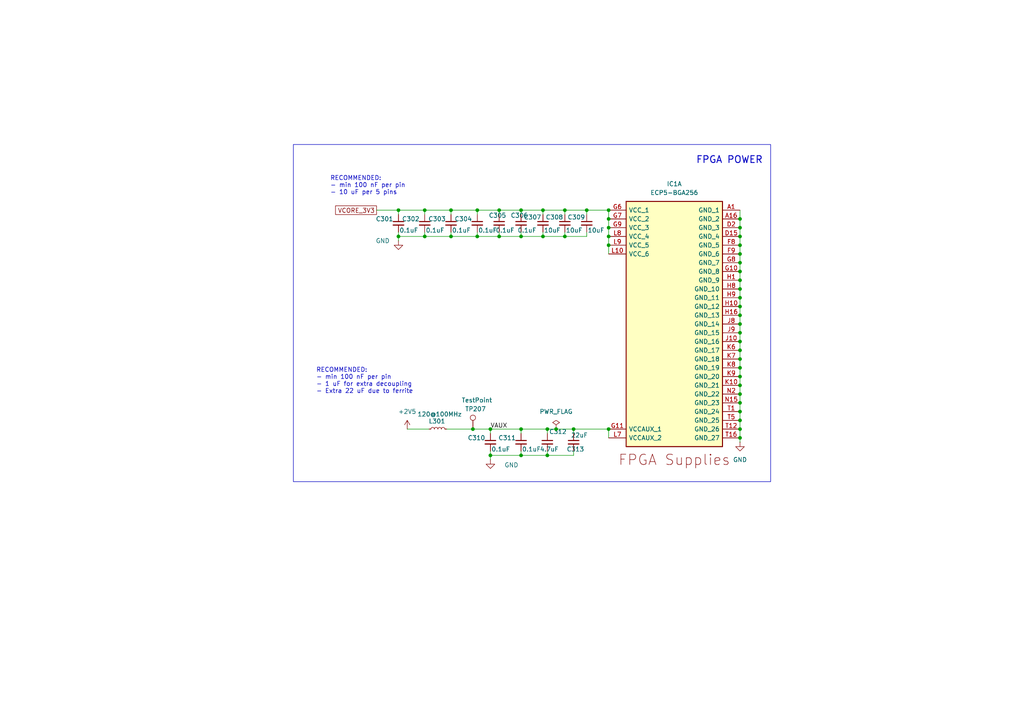
<source format=kicad_sch>
(kicad_sch (version 20250114) (generator "eeschema") (generator_version "9.0")
  (paper "A4")
  (lib_symbols
    (symbol "Connector:TestPoint" (pin_numbers (hide yes)) (pin_names (offset 0.762) (hide yes))
      (property "Reference" "TP" (at 0 6.858 0))
      (property "Value" "TestPoint" (at 0 5.08 0))
      (symbol "TestPoint_0_1"
        (circle (center 0 3.302) (radius 0.762))
      )
      (symbol "TestPoint_1_1"
        (pin passive line (at 0 0 90) (length 2.54) (name "1") (number "1"))
      )
    )
    (symbol "Device:C_Small" (pin_numbers (hide yes)) (pin_names (offset 0.254) (hide yes))
      (property "Reference" "C" (at 0.254 1.778 0))
      (property "Value" "C_Small" (at 0.254 -2.032 0))
      (symbol "C_Small_0_1"
        (polyline (pts (xy -1.524 0.508) (xy 1.524 0.508)) (stroke (width 0.3048)))
        (polyline (pts (xy -1.524 -0.508) (xy 1.524 -0.508)) (stroke (width 0.3302)))
      )
      (symbol "C_Small_1_1"
        (pin passive line (at 0 2.54 270) (length 2.032) (name "~") (number "1"))
        (pin passive line (at 0 -2.54 90) (length 2.032) (name "~") (number "2"))
      )
    )
    (symbol "Device:L_Small" (pin_numbers (hide yes)) (pin_names (offset 0.254) (hide yes))
      (property "Reference" "L" (at 0.762 1.016 0))
      (property "Value" "L_Small" (at 0.762 -1.016 0))
      (symbol "L_Small_0_1"
        (arc (start 0 2.032) (mid 0.5058 1.524) (end 0 1.016))
        (arc (start 0 1.016) (mid 0.5058 0.508) (end 0 0))
        (arc (start 0 0) (mid 0.5058 -0.508) (end 0 -1.016))
        (arc (start 0 -1.016) (mid 0.5058 -1.524) (end 0 -2.032))
      )
      (symbol "L_Small_1_1"
        (pin passive line (at 0 2.54 270) (length 0.508) (name "~") (number "1"))
        (pin passive line (at 0 -2.54 90) (length 0.508) (name "~") (number "2"))
      )
    )
    (symbol "iw-fpga_mcu:ECP5-BGA256" (pin_names (offset 0.762))
      (property "Reference" "IC" (at 1.27 45.72 0))
      (property "Value" "ECP5-BGA256" (at 1.27 43.18 0))
      (symbol "ECP5-BGA256_1_0"
        (rectangle (start -13.97 35.56) (end 13.97 -35.56) (stroke (width 0.3048)) (fill (type background)))
      )
      (symbol "ECP5-BGA256_1_1"
        (text "FPGA Supplies" (at 0 -39.37 0) (effects (font (size 2.9972 2.9972))))
        (pin power_in line (at -19.05 33.02 0) (length 5.08) (name "VCC_1") (number "G6"))
        (pin power_in line (at -19.05 30.48 0) (length 5.08) (name "VCC_2") (number "G7"))
        (pin power_in line (at -19.05 27.94 0) (length 5.08) (name "VCC_3") (number "G9"))
        (pin power_in line (at -19.05 25.4 0) (length 5.08) (name "VCC_4") (number "L8"))
        (pin power_in line (at -19.05 22.86 0) (length 5.08) (name "VCC_5") (number "L9"))
        (pin power_in line (at -19.05 20.32 0) (length 5.08) (name "VCC_6") (number "L10"))
        (pin power_in line (at -19.05 -30.48 0) (length 5.08) (name "VCCAUX_1") (number "G11"))
        (pin power_in line (at -19.05 -33.02 0) (length 5.08) (name "VCCAUX_2") (number "L7"))
        (pin power_in line (at 19.05 33.02 180) (length 5.08) (name "GND_1") (number "A1"))
        (pin power_in line (at 19.05 30.48 180) (length 5.08) (name "GND_2") (number "A16"))
        (pin power_in line (at 19.05 27.94 180) (length 5.08) (name "GND_3") (number "D2"))
        (pin power_in line (at 19.05 25.4 180) (length 5.08) (name "GND_4") (number "D15"))
        (pin power_in line (at 19.05 22.86 180) (length 5.08) (name "GND_5") (number "F8"))
        (pin power_in line (at 19.05 20.32 180) (length 5.08) (name "GND_6") (number "F9"))
        (pin power_in line (at 19.05 17.78 180) (length 5.08) (name "GND_7") (number "G8"))
        (pin power_in line (at 19.05 15.24 180) (length 5.08) (name "GND_8") (number "G10"))
        (pin power_in line (at 19.05 12.7 180) (length 5.08) (name "GND_9") (number "H1"))
        (pin power_in line (at 19.05 10.16 180) (length 5.08) (name "GND_10") (number "H8"))
        (pin power_in line (at 19.05 7.62 180) (length 5.08) (name "GND_11") (number "H9"))
        (pin power_in line (at 19.05 5.08 180) (length 5.08) (name "GND_12") (number "H10"))
        (pin power_in line (at 19.05 2.54 180) (length 5.08) (name "GND_13") (number "H16"))
        (pin power_in line (at 19.05 0 180) (length 5.08) (name "GND_14") (number "J8"))
        (pin power_in line (at 19.05 -2.54 180) (length 5.08) (name "GND_15") (number "J9"))
        (pin power_in line (at 19.05 -5.08 180) (length 5.08) (name "GND_16") (number "J10"))
        (pin power_in line (at 19.05 -7.62 180) (length 5.08) (name "GND_17") (number "K6"))
        (pin power_in line (at 19.05 -10.16 180) (length 5.08) (name "GND_18") (number "K7"))
        (pin power_in line (at 19.05 -12.7 180) (length 5.08) (name "GND_19") (number "K8"))
        (pin power_in line (at 19.05 -15.24 180) (length 5.08) (name "GND_20") (number "K9"))
        (pin power_in line (at 19.05 -17.78 180) (length 5.08) (name "GND_21") (number "K10"))
        (pin power_in line (at 19.05 -20.32 180) (length 5.08) (name "GND_22") (number "N2"))
        (pin power_in line (at 19.05 -22.86 180) (length 5.08) (name "GND_23") (number "N15"))
        (pin power_in line (at 19.05 -25.4 180) (length 5.08) (name "GND_24") (number "T1"))
        (pin power_in line (at 19.05 -27.94 180) (length 5.08) (name "GND_25") (number "T5"))
        (pin power_in line (at 19.05 -30.48 180) (length 5.08) (name "GND_26") (number "T12"))
        (pin power_in line (at 19.05 -33.02 180) (length 5.08) (name "GND_27") (number "T16"))
      )
      (symbol "ECP5-BGA256_2_1"
        (rectangle (start -19.05 31.75) (end 8.89 -31.75) (stroke (width 0.3048)) (fill (type background)))
        (text "Bank 0" (at 0 -35.56 0) (effects (font (size 2.9972 2.9972))))
        (pin power_in line (at -13.97 36.83 270) (length 5.08) (name "VCCIO0_2") (number "F7"))
        (pin power_in line (at -11.43 36.83 270) (length 5.08) (name "VCCIO0_1") (number "F6"))
        (pin bidirectional line (at 13.97 29.21 180) (length 5.08) (name "PT4A") (number "A2"))
        (pin bidirectional line (at 13.97 26.67 180) (length 5.08) (name "PT4B") (number "B3"))
        (pin bidirectional line (at 13.97 24.13 180) (length 5.08) (name "PT6A") (number "A3"))
        (pin bidirectional line (at 13.97 21.59 180) (length 5.08) (name "PT6B") (number "A4"))
        (pin bidirectional line (at 13.97 19.05 180) (length 5.08) (name "PT9A") (number "E4"))
        (pin bidirectional line (at 13.97 16.51 180) (length 5.08) (name "PT9B") (number "D4"))
        (pin bidirectional line (at 13.97 13.97 180) (length 5.08) (name "PT11A") (number "C4"))
        (pin bidirectional line (at 13.97 11.43 180) (length 5.08) (name "PT11B") (number "B4"))
        (pin bidirectional line (at 13.97 8.89 180) (length 5.08) (name "PT13A") (number "E5"))
        (pin bidirectional line (at 13.97 6.35 180) (length 5.08) (name "PT13B") (number "D5"))
        (pin bidirectional line (at 13.97 3.81 180) (length 5.08) (name "PT15A") (number "C5"))
        (pin bidirectional line (at 13.97 1.27 180) (length 5.08) (name "PT15B") (number "B5"))
        (pin bidirectional line (at 13.97 -1.27 180) (length 5.08) (name "PT18A") (number "A5"))
        (pin bidirectional line (at 13.97 -3.81 180) (length 5.08) (name "PT18B") (number "A6"))
        (pin bidirectional line (at 13.97 -6.35 180) (length 5.08) (name "PT20A") (number "E6"))
        (pin bidirectional line (at 13.97 -8.89 180) (length 5.08) (name "PT20B") (number "D6"))
        (pin bidirectional line (at 13.97 -11.43 180) (length 5.08) (name "PT22A") (number "C6"))
        (pin bidirectional line (at 13.97 -13.97 180) (length 5.08) (name "PT22B") (number "B6"))
        (pin bidirectional line (at 13.97 -16.51 180) (length 5.08) (name "PT24A/GR_PCLK0_1") (number "E7"))
        (pin bidirectional line (at 13.97 -19.05 180) (length 5.08) (name "PT24B/GR_PCLK0_0") (number "D7"))
        (pin bidirectional line (at 13.97 -21.59 180) (length 5.08) (name "PT27A/PCLKT0_1") (number "C7"))
        (pin bidirectional line (at 13.97 -24.13 180) (length 5.08) (name "PT27B/PCLKC0_1") (number "B7"))
        (pin bidirectional line (at 13.97 -26.67 180) (length 5.08) (name "PT29A/PCLKT0_0") (number "A7"))
        (pin bidirectional line (at 13.97 -29.21 180) (length 5.08) (name "PT29B/PCLKC0_0") (number "A8"))
      )
      (symbol "ECP5-BGA256_3_0"
        (rectangle (start -17.78 41.91) (end 8.89 -41.91) (stroke (width 0.3048)) (fill (type background)))
      )
      (symbol "ECP5-BGA256_3_1"
        (text "Bank 1" (at 0 -45.72 0) (effects (font (size 2.9972 2.9972))))
        (pin power_in line (at -13.97 46.99 270) (length 5.08) (name "VCCIO1_2") (number "F11"))
        (pin power_in line (at -11.43 46.99 270) (length 5.08) (name "VCCIO1_1") (number "F10"))
        (pin bidirectional line (at 13.97 39.37 180) (length 5.08) (name "PT33A/PCLKT1_1") (number "E8"))
        (pin bidirectional line (at 13.97 36.83 180) (length 5.08) (name "PT33B/PCLKC1_1") (number "D8"))
        (pin bidirectional line (at 13.97 34.29 180) (length 5.08) (name "PT35A/PCLKT1_0") (number "C8"))
        (pin bidirectional line (at 13.97 31.75 180) (length 5.08) (name "PT35B/PCLKC1_0") (number "B8"))
        (pin bidirectional line (at 13.97 29.21 180) (length 5.08) (name "PT38A/GR_PCLK1_0") (number "B9"))
        (pin bidirectional line (at 13.97 26.67 180) (length 5.08) (name "PT38B/GR_PCLK1_1") (number "C9"))
        (pin bidirectional line (at 13.97 24.13 180) (length 5.08) (name "PT40A") (number "D9"))
        (pin bidirectional line (at 13.97 21.59 180) (length 5.08) (name "PT40B") (number "E9"))
        (pin bidirectional line (at 13.97 19.05 180) (length 5.08) (name "PT42A") (number "A9"))
        (pin bidirectional line (at 13.97 16.51 180) (length 5.08) (name "PT42B") (number "A10"))
        (pin bidirectional line (at 13.97 13.97 180) (length 5.08) (name "PT44A") (number "B10"))
        (pin bidirectional line (at 13.97 11.43 180) (length 5.08) (name "PT44B") (number "C10"))
        (pin bidirectional line (at 13.97 8.89 180) (length 5.08) (name "PT47A") (number "D10"))
        (pin bidirectional line (at 13.97 6.35 180) (length 5.08) (name "PT47B") (number "E10"))
        (pin bidirectional line (at 13.97 3.81 180) (length 5.08) (name "PT49A") (number "B11"))
        (pin bidirectional line (at 13.97 1.27 180) (length 5.08) (name "PT49B") (number "C11"))
        (pin bidirectional line (at 13.97 -1.27 180) (length 5.08) (name "PT51A") (number "D11"))
        (pin bidirectional line (at 13.97 -3.81 180) (length 5.08) (name "PT51B") (number "E11"))
        (pin bidirectional line (at 13.97 -6.35 180) (length 5.08) (name "PT53A") (number "A11"))
        (pin bidirectional line (at 13.97 -8.89 180) (length 5.08) (name "PT53B") (number "A12"))
        (pin bidirectional line (at 13.97 -11.43 180) (length 5.08) (name "PT56A") (number "B12"))
        (pin bidirectional line (at 13.97 -13.97 180) (length 5.08) (name "PT56B") (number "C12"))
        (pin bidirectional line (at 13.97 -16.51 180) (length 5.08) (name "PT58A") (number "D12"))
        (pin bidirectional line (at 13.97 -19.05 180) (length 5.08) (name "PT58B") (number "E12"))
        (pin bidirectional line (at 13.97 -21.59 180) (length 5.08) (name "PT60A") (number "B13"))
        (pin bidirectional line (at 13.97 -24.13 180) (length 5.08) (name "PT60B") (number "C13"))
        (pin bidirectional line (at 13.97 -26.67 180) (length 5.08) (name "PT62A") (number "D13"))
        (pin bidirectional line (at 13.97 -29.21 180) (length 5.08) (name "PT62B") (number "E13"))
        (pin bidirectional line (at 13.97 -31.75 180) (length 5.08) (name "PT65A") (number "A13"))
        (pin bidirectional line (at 13.97 -34.29 180) (length 5.08) (name "PT65B") (number "A14"))
        (pin bidirectional line (at 13.97 -36.83 180) (length 5.08) (name "PT67A") (number "B14"))
        (pin bidirectional line (at 13.97 -39.37 180) (length 5.08) (name "PT67B") (number "A15"))
      )
      (symbol "ECP5-BGA256_4_1"
        (rectangle (start -17.78 41.91) (end 8.89 -41.91) (stroke (width 0.3048)) (fill (type background)))
        (text "Bank 2" (at 0 -45.72 0) (effects (font (size 2.9972 2.9972))))
        (pin power_in line (at -11.43 46.99 270) (length 5.08) (name "VCCIO2_1") (number "H11"))
        (pin power_in line (at -8.89 46.99 270) (length 5.08) (name "VCCIO2_2") (number "J11"))
        (pin bidirectional line (at 13.97 39.37 180) (length 5.08) (name "PR2A/RDQ8") (number "B16"))
        (pin bidirectional line (at 13.97 36.83 180) (length 5.08) (name "PR2B/S0_IN") (number "B15"))
        (pin bidirectional line (at 13.97 34.29 180) (length 5.08) (name "PR2C") (number "C14"))
        (pin bidirectional line (at 13.97 31.75 180) (length 5.08) (name "PR2D") (number "D14"))
        (pin bidirectional line (at 13.97 29.21 180) (length 5.08) (name "PR5A") (number "C16"))
        (pin bidirectional line (at 13.97 26.67 180) (length 5.08) (name "PR5B") (number "C15"))
        (pin bidirectional line (at 13.97 24.13 180) (length 5.08) (name "PR5C") (number "E14"))
        (pin bidirectional line (at 13.97 21.59 180) (length 5.08) (name "PR5D") (number "F14"))
        (pin bidirectional line (at 13.97 19.05 180) (length 5.08) (name "PR8A/RDQS8") (number "D16"))
        (pin bidirectional line (at 13.97 16.51 180) (length 5.08) (name "PR8B/RDQSN8") (number "E15"))
        (pin bidirectional line (at 13.97 13.97 180) (length 5.08) (name "PR8C") (number "F13"))
        (pin bidirectional line (at 13.97 11.43 180) (length 5.08) (name "PR8D") (number "F12"))
        (pin bidirectional line (at 13.97 8.89 180) (length 5.08) (name "PR11A") (number "G12"))
        (pin bidirectional line (at 13.97 6.35 180) (length 5.08) (name "PR11B") (number "G13"))
        (pin bidirectional line (at 13.97 3.81 180) (length 5.08) (name "PR11C") (number "F15"))
        (pin bidirectional line (at 13.97 1.27 180) (length 5.08) (name "PR11D/RDQ8") (number "E16"))
        (pin bidirectional line (at 13.97 -1.27 180) (length 5.08) (name "PR14A/RDQ20") (number "F16"))
        (pin bidirectional line (at 13.97 -3.81 180) (length 5.08) (name "PR14B") (number "G15"))
        (pin bidirectional line (at 13.97 -6.35 180) (length 5.08) (name "PR14C/VREF1_2") (number "G14"))
        (pin bidirectional line (at 13.97 -8.89 180) (length 5.08) (name "PR14D") (number "H14"))
        (pin bidirectional line (at 13.97 -11.43 180) (length 5.08) (name "PR17A") (number "H12"))
        (pin bidirectional line (at 13.97 -13.97 180) (length 5.08) (name "PR17B") (number "H13"))
        (pin bidirectional line (at 13.97 -16.51 180) (length 5.08) (name "PR17C") (number "J13"))
        (pin bidirectional line (at 13.97 -19.05 180) (length 5.08) (name "PR17D") (number "J12"))
        (pin bidirectional line (at 13.97 -21.59 180) (length 5.08) (name "PR20A/RDQS20") (number "G16"))
        (pin bidirectional line (at 13.97 -24.13 180) (length 5.08) (name "PR20B/RDQSN20") (number "H15"))
        (pin bidirectional line (at 13.97 -26.67 180) (length 5.08) (name "PR20C/GR_PCLK2_1") (number "J14"))
        (pin bidirectional line (at 13.97 -29.21 180) (length 5.08) (name "PR20D/GR_PCLK2_0") (number "K14"))
        (pin bidirectional line (at 13.97 -31.75 180) (length 5.08) (name "PR23A/PCLKT2_1") (number "J16"))
        (pin bidirectional line (at 13.97 -34.29 180) (length 5.08) (name "PR23B/PCLKC2_1") (number "J15"))
        (pin bidirectional line (at 13.97 -36.83 180) (length 5.08) (name "PR23C/PCLKT2_0") (number "K16"))
        (pin bidirectional line (at 13.97 -39.37 180) (length 5.08) (name "PR23D/PCLKC2_0/RDQ20") (number "K15"))
      )
      (symbol "ECP5-BGA256_5_0"
        (rectangle (start -26.67 41.91) (end 8.89 -41.91) (stroke (width 0.3048)) (fill (type background)))
      )
      (symbol "ECP5-BGA256_5_1"
        (text "Bank 3" (at 0 -45.72 0) (effects (font (size 2.9972 2.9972))))
        (pin power_in line (at -22.86 46.99 270) (length 5.08) (name "VCCIO3_1") (number "K11"))
        (pin power_in line (at -20.32 46.99 270) (length 5.08) (name "VCCIO3_2") (number "L11"))
        (pin bidirectional line (at 13.97 39.37 180) (length 5.08) (name "PR26A/PCLKT3_1/RDQ32") (number "L16"))
        (pin bidirectional line (at 13.97 36.83 180) (length 5.08) (name "PR26B/PCLKC3_1") (number "L15"))
        (pin bidirectional line (at 13.97 34.29 180) (length 5.08) (name "PR26C/PCLKT3_0") (number "M16"))
        (pin bidirectional line (at 13.97 31.75 180) (length 5.08) (name "PR26D/PCLKC3_0") (number "M15"))
        (pin bidirectional line (at 13.97 29.21 180) (length 5.08) (name "PR29A/GR_PCLK3_0") (number "K13"))
        (pin bidirectional line (at 13.97 26.67 180) (length 5.08) (name "PR29B") (number "K12"))
        (pin bidirectional line (at 13.97 24.13 180) (length 5.08) (name "PR29C/GR_PCLK3_1") (number "L13"))
        (pin bidirectional line (at 13.97 21.59 180) (length 5.08) (name "PR29D") (number "L12"))
        (pin bidirectional line (at 13.97 19.05 180) (length 5.08) (name "PR32A/RDQS32") (number "N16"))
        (pin bidirectional line (at 13.97 16.51 180) (length 5.08) (name "PR32B/RDQSN32") (number "P15"))
        (pin bidirectional line (at 13.97 13.97 180) (length 5.08) (name "PR32C") (number "L14"))
        (pin bidirectional line (at 13.97 11.43 180) (length 5.08) (name "PR32D") (number "M14"))
        (pin bidirectional line (at 13.97 8.89 180) (length 5.08) (name "PR35A") (number "P16"))
        (pin bidirectional line (at 13.97 6.35 180) (length 5.08) (name "PR35B/VREF1_3") (number "R16"))
        (pin bidirectional line (at 13.97 3.81 180) (length 5.08) (name "PR35C") (number "M13"))
        (pin bidirectional line (at 13.97 1.27 180) (length 5.08) (name "PR35D/RDQ32") (number "N14"))
        (pin bidirectional line (at 13.97 -1.27 180) (length 5.08) (name "PR38A/RDQ44") (number "N13"))
        (pin bidirectional line (at 13.97 -3.81 180) (length 5.08) (name "PR38B") (number "P14"))
        (pin bidirectional line (at 13.97 -6.35 180) (length 5.08) (name "PR38C") (number "R15"))
        (pin bidirectional line (at 13.97 -8.89 180) (length 5.08) (name "PR38D") (number "T15"))
        (pin bidirectional line (at 13.97 -11.43 180) (length 5.08) (name "PR41A") (number "P13"))
        (pin bidirectional line (at 13.97 -13.97 180) (length 5.08) (name "PR41B") (number "R14"))
        (pin bidirectional line (at 13.97 -16.51 180) (length 5.08) (name "PR41C") (number "R13"))
        (pin bidirectional line (at 13.97 -19.05 180) (length 5.08) (name "PR41D") (number "T14"))
        (pin bidirectional line (at 13.97 -21.59 180) (length 5.08) (name "PR44A/RDQS44") (number "R12"))
        (pin bidirectional line (at 13.97 -24.13 180) (length 5.08) (name "PR44B/RDQSN44") (number "T13"))
        (pin bidirectional line (at 13.97 -26.67 180) (length 5.08) (name "PR44C") (number "M12"))
        (pin bidirectional line (at 13.97 -29.21 180) (length 5.08) (name "PR44D") (number "N12"))
        (pin bidirectional line (at 13.97 -31.75 180) (length 5.08) (name "PR47A") (number "M11"))
        (pin bidirectional line (at 13.97 -34.29 180) (length 5.08) (name "PR47B") (number "N11"))
        (pin bidirectional line (at 13.97 -36.83 180) (length 5.08) (name "PR47C/LRC_GPLL0T_IN") (number "P11"))
        (pin bidirectional line (at 13.97 -39.37 180) (length 5.08) (name "PR47D/LRC_GPLL0C_IN/RDQ44") (number "P12"))
      )
      (symbol "ECP5-BGA256_6_1"
        (rectangle (start -20.32 41.91) (end 8.89 -41.91) (stroke (width 0.3048)) (fill (type background)))
        (text "Bank 6" (at 0 -45.72 0) (effects (font (size 2.9972 2.9972))))
        (pin power_in line (at -13.97 46.99 270) (length 5.08) (name "VCCIO6_1") (number "J6"))
        (pin power_in line (at -11.43 46.99 270) (length 5.08) (name "VCCIO6_2") (number "J7"))
        (pin bidirectional line (at 13.97 39.37 180) (length 5.08) (name "PL26A/LDQ32/PCLKT6_1") (number "L1"))
        (pin bidirectional line (at 13.97 36.83 180) (length 5.08) (name "PL26B/PCLKC6_1") (number "L2"))
        (pin bidirectional line (at 13.97 34.29 180) (length 5.08) (name "PL26C/PCLKT6_0") (number "M1"))
        (pin bidirectional line (at 13.97 31.75 180) (length 5.08) (name "PL26D/PCLKC6_0") (number "M2"))
        (pin bidirectional line (at 13.97 29.21 180) (length 5.08) (name "PL29A/GR_PCLK6_0") (number "K4"))
        (pin bidirectional line (at 13.97 26.67 180) (length 5.08) (name "PL29B") (number "K5"))
        (pin bidirectional line (at 13.97 24.13 180) (length 5.08) (name "PL29C/PL29C") (number "L4"))
        (pin bidirectional line (at 13.97 21.59 180) (length 5.08) (name "PL29D") (number "L5"))
        (pin bidirectional line (at 13.97 19.05 180) (length 5.08) (name "PL32A/LDQS32") (number "N1"))
        (pin bidirectional line (at 13.97 16.51 180) (length 5.08) (name "PL32B/LDQSN32") (number "P2"))
        (pin bidirectional line (at 13.97 13.97 180) (length 5.08) (name "PL32C") (number "L3"))
        (pin bidirectional line (at 13.97 11.43 180) (length 5.08) (name "PL32D") (number "M3"))
        (pin bidirectional line (at 13.97 8.89 180) (length 5.08) (name "PL35A") (number "P1"))
        (pin bidirectional line (at 13.97 6.35 180) (length 5.08) (name "PL35B/VREF1_6") (number "R1"))
        (pin bidirectional line (at 13.97 3.81 180) (length 5.08) (name "PL35C") (number "M4"))
        (pin bidirectional line (at 13.97 1.27 180) (length 5.08) (name "PL35D") (number "N3"))
        (pin bidirectional line (at 13.97 -1.27 180) (length 5.08) (name "PL38A/LDQ44") (number "N4"))
        (pin bidirectional line (at 13.97 -3.81 180) (length 5.08) (name "PL38B") (number "P3"))
        (pin bidirectional line (at 13.97 -6.35 180) (length 5.08) (name "PL38C") (number "R2"))
        (pin bidirectional line (at 13.97 -8.89 180) (length 5.08) (name "PL38D") (number "T2"))
        (pin bidirectional line (at 13.97 -11.43 180) (length 5.08) (name "PL44A/LDQS44") (number "R5"))
        (pin bidirectional line (at 13.97 -13.97 180) (length 5.08) (name "PL44B/LDQSN44") (number "T4"))
        (pin bidirectional line (at 13.97 -16.51 180) (length 5.08) (name "PL44C") (number "M5"))
        (pin bidirectional line (at 13.97 -19.05 180) (length 5.08) (name "PL44D") (number "N5"))
        (pin bidirectional line (at 13.97 -21.59 180) (length 5.08) (name "PL41A") (number "P4"))
        (pin bidirectional line (at 13.97 -24.13 180) (length 5.08) (name "PL41B") (number "R3"))
        (pin bidirectional line (at 13.97 -26.67 180) (length 5.08) (name "PL41C") (number "R4"))
        (pin bidirectional line (at 13.97 -29.21 180) (length 5.08) (name "PL41D") (number "T3"))
        (pin bidirectional line (at 13.97 -31.75 180) (length 5.08) (name "PL47A") (number "M6"))
        (pin bidirectional line (at 13.97 -34.29 180) (length 5.08) (name "PL47B") (number "N6"))
        (pin bidirectional line (at 13.97 -36.83 180) (length 5.08) (name "PL47D/LLC_GPLL0C_IN") (number "P5"))
        (pin bidirectional line (at 13.97 -39.37 180) (length 5.08) (name "PL47C/LLC_GPLL0T_IN") (number "P6"))
      )
      (symbol "ECP5-BGA256_7_1"
        (rectangle (start -25.4 41.91) (end 8.89 -41.91) (stroke (width 0.3048)) (fill (type background)))
        (text "Bank 7" (at 0 -45.72 0) (effects (font (size 2.9972 2.9972))))
        (pin power_in line (at -12.7 46.99 270) (length 5.08) (name "VCCIO7_2") (number "H7"))
        (pin power_in line (at -10.16 46.99 270) (length 5.08) (name "VCCIO7_1") (number "H6"))
        (pin bidirectional line (at 13.97 39.37 180) (length 5.08) (name "PL2A/LDQ8") (number "B1"))
        (pin bidirectional line (at 13.97 36.83 180) (length 5.08) (name "PL2B") (number "B2"))
        (pin bidirectional line (at 13.97 34.29 180) (length 5.08) (name "PL2C") (number "C3"))
        (pin bidirectional line (at 13.97 31.75 180) (length 5.08) (name "PL2D") (number "D3"))
        (pin bidirectional line (at 13.97 29.21 180) (length 5.08) (name "PL5A") (number "C1"))
        (pin bidirectional line (at 13.97 26.67 180) (length 5.08) (name "PL5B") (number "C2"))
        (pin bidirectional line (at 13.97 24.13 180) (length 5.08) (name "PL5C") (number "E3"))
        (pin bidirectional line (at 13.97 21.59 180) (length 5.08) (name "PL5D") (number "F3"))
        (pin bidirectional line (at 13.97 19.05 180) (length 5.08) (name "PL8A/LDQS8") (number "D1"))
        (pin bidirectional line (at 13.97 16.51 180) (length 5.08) (name "PL8B/LDQSN8") (number "E2"))
        (pin bidirectional line (at 13.97 13.97 180) (length 5.08) (name "PL8C") (number "F4"))
        (pin bidirectional line (at 13.97 11.43 180) (length 5.08) (name "PL8D") (number "F5"))
        (pin bidirectional line (at 13.97 8.89 180) (length 5.08) (name "PL11A") (number "G5"))
        (pin bidirectional line (at 13.97 6.35 180) (length 5.08) (name "PL11B") (number "G4"))
        (pin bidirectional line (at 13.97 3.81 180) (length 5.08) (name "PL11C") (number "F2"))
        (pin bidirectional line (at 13.97 1.27 180) (length 5.08) (name "PL11D/LDQ8") (number "E1"))
        (pin bidirectional line (at 13.97 -1.27 180) (length 5.08) (name "PL14A/LDQ20") (number "F1"))
        (pin bidirectional line (at 13.97 -3.81 180) (length 5.08) (name "PL14B") (number "G2"))
        (pin bidirectional line (at 13.97 -6.35 180) (length 5.08) (name "PL14C") (number "G3"))
        (pin bidirectional line (at 13.97 -8.89 180) (length 5.08) (name "PL14D") (number "H3"))
        (pin bidirectional line (at 13.97 -11.43 180) (length 5.08) (name "PL17A") (number "H5"))
        (pin bidirectional line (at 13.97 -13.97 180) (length 5.08) (name "PL17B") (number "H4"))
        (pin bidirectional line (at 13.97 -16.51 180) (length 5.08) (name "PL17C") (number "J4"))
        (pin bidirectional line (at 13.97 -19.05 180) (length 5.08) (name "PL17D") (number "J5"))
        (pin bidirectional line (at 13.97 -21.59 180) (length 5.08) (name "PL20A/GR_PCLK7_1/LDQSN20") (number "G1"))
        (pin bidirectional line (at 13.97 -24.13 180) (length 5.08) (name "PL20B/LDQS20") (number "H2"))
        (pin bidirectional line (at 13.97 -26.67 180) (length 5.08) (name "PL20C/GR_PCLK7_0") (number "J3"))
        (pin bidirectional line (at 13.97 -29.21 180) (length 5.08) (name "PL20D") (number "K3"))
        (pin bidirectional line (at 13.97 -31.75 180) (length 5.08) (name "PL23A/PCLKT7_1") (number "J1"))
        (pin bidirectional line (at 13.97 -34.29 180) (length 5.08) (name "PL23B/PCLKC7_1") (number "J2"))
        (pin bidirectional line (at 13.97 -36.83 180) (length 5.08) (name "PL23C/PCLKT7_0") (number "K1"))
        (pin bidirectional line (at 13.97 -39.37 180) (length 5.08) (name "PL23D/PCLKC7_0/LDQ20") (number "K2"))
      )
      (symbol "ECP5-BGA256_8_0"
        (text "Bank 8 (Config)" (at 0 -43.18 0) (effects (font (size 2.9972 2.9972))))
      )
      (symbol "ECP5-BGA256_8_1"
        (rectangle (start -15.24 39.37) (end 15.24 -39.37) (stroke (width 0.3048)) (fill (type background)))
        (pin power_in line (at -10.16 44.45 270) (length 5.08) (name "VCCIO8") (number "L6"))
        (pin bidirectional line (at 20.32 36.83 180) (length 5.08) (name "D7/PB4A") (number "T6"))
        (pin bidirectional line (at 20.32 34.29 180) (length 5.08) (name "D6/PB4B") (number "R6"))
        (pin bidirectional line (at 20.32 31.75 180) (length 5.08) (name "D5/MISO2/IO5/PB6A") (number "R7"))
        (pin bidirectional line (at 20.32 29.21 180) (length 5.08) (name "D4/MOSI2/IO4/PB6B") (number "P7"))
        (pin bidirectional line (at 20.32 26.67 180) (length 5.08) (name "D3/IO3/PB9A") (number "N7"))
        (pin bidirectional line (at 20.32 24.13 180) (length 5.08) (name "D2/IO2/PB9B") (number "M7"))
        (pin bidirectional line (at 20.32 21.59 180) (length 5.08) (name "D1/POCI/IO1/PB11A") (number "T7"))
        (pin bidirectional line (at 20.32 19.05 180) (length 5.08) (name "D0/PICO/IO0/PB11B") (number "T8"))
        (pin bidirectional line (at 20.32 16.51 180) (length 5.08) (name "~{CS}/~{S}/PB13A") (number "R8"))
        (pin bidirectional line (at 20.32 13.97 180) (length 5.08) (name "~{CS1}/PB13B") (number "P8"))
        (pin bidirectional line (at 20.32 11.43 180) (length 5.08) (name "~{HOLD}/DI/BUSY/~{CSSPI}/PB15A") (number "N8"))
        (pin bidirectional line (at 20.32 8.89 180) (length 5.08) (name "DOUT/~{CSO}/PB15B") (number "M8"))
        (pin bidirectional line (at 20.32 6.35 180) (length 5.08) (name "~{WRITE}/PB18A") (number "M9"))
        (pin input line (at 20.32 -1.27 180) (length 5.08) (name "TMS") (number "T11"))
        (pin input line (at 20.32 -3.81 180) (length 5.08) (name "TCK") (number "T10"))
        (pin input line (at 20.32 -6.35 180) (length 5.08) (name "TDI") (number "R11"))
        (pin output line (at 20.32 -8.89 180) (length 5.08) (name "TDO") (number "M10"))
        (pin bidirectional line (at 20.32 -15.24 180) (length 5.08) (name "MCLK/SCK/CCLK") (number "N9"))
        (pin input line (at 20.32 -20.32 180) (length 5.08) (name "CFG0") (number "N10"))
        (pin input line (at 20.32 -22.86 180) (length 5.08) (name "CFG1") (number "P10"))
        (pin input line (at 20.32 -25.4 180) (length 5.08) (name "CFG2") (number "R10"))
        (pin bidirectional line (at 20.32 -31.75 180) (length 5.08) (name "DONE") (number "P9"))
        (pin bidirectional line (at 20.32 -34.29 180) (length 5.08) (name "~{INIT}") (number "T9"))
        (pin bidirectional line (at 20.32 -36.83 180) (length 5.08) (name "~{PROGRAM}") (number "R9"))
      )
    )
    (symbol "power:+2V5" (power) (pin_numbers (hide yes)) (pin_names (offset 0) (hide yes))
      (property "Value" "+2V5" (at 0 3.556 0))
      (symbol "+2V5_0_1"
        (polyline (pts (xy -0.762 1.27) (xy 0 2.54)))
        (polyline (pts (xy 0 2.54) (xy 0.762 1.27)))
        (polyline (pts (xy 0 0) (xy 0 2.54)))
      )
      (symbol "+2V5_1_1"
        (pin power_in line (at 0 0 90) (length 0) (name "~") (number "1"))
      )
    )
    (symbol "power:GND" (power) (pin_numbers (hide yes)) (pin_names (offset 0) (hide yes))
      (property "Value" "GND" (at 0 -3.81 0))
      (symbol "GND_0_1"
        (polyline (pts (xy 0 0) (xy 0 -1.27) (xy 1.27 -1.27) (xy 0 -2.54) (xy -1.27 -1.27) (xy 0 -1.27)))
      )
      (symbol "GND_1_1"
        (pin power_in line (at 0 0 270) (length 0) (name "~") (number "1"))
      )
    )
    (symbol "power:PWR_FLAG" (power) (pin_numbers (hide yes)) (pin_names (offset 0) (hide yes))
      (property "Value" "PWR_FLAG" (at 0 3.81 0))
      (symbol "PWR_FLAG_0_0"
        (pin power_out line (at 0 0 90) (length 0) (name "~") (number "1"))
      )
      (symbol "PWR_FLAG_0_1"
        (polyline (pts (xy 0 0) (xy 0 1.27) (xy -1.016 1.905) (xy 0 2.54) (xy 1.016 1.905) (xy 0 1.27)))
      )
    )
  )
  (rectangle (start 85.09 41.91) (end 223.52 139.7))
  (text "RECOMMENDED:\n- min 100 nF per pin\n- 10 uF per 5 pins" (at 95.758 53.848 0) (effects (font (size 1.27 1.27) (thickness 0.1588)) (justify left)))
  (text "RECOMMENDED:\n- min 100 nF per pin\n- 1 uF for extra decoupling\n- Extra 22 uF due to ferrite" (at 91.694 110.49 0) (effects (font (size 1.27 1.27) (thickness 0.1588)) (justify left)))
  (text "FPGA POWER" (at 211.582 46.482 0) (effects (font (size 2 2) (thickness 0.254) (bold yes))))
  (junction (at 214.63 111.76))
  (junction (at 123.19 60.96))
  (junction (at 130.81 68.58))
  (junction (at 214.63 76.2))
  (junction (at 176.53 71.12))
  (junction (at 214.63 124.46))
  (junction (at 163.83 60.96))
  (junction (at 130.81 60.96))
  (junction (at 214.63 71.12))
  (junction (at 214.63 68.58))
  (junction (at 214.63 73.66))
  (junction (at 214.63 101.6))
  (junction (at 142.24 124.46))
  (junction (at 214.63 78.74))
  (junction (at 115.57 60.96))
  (junction (at 151.13 132.08))
  (junction (at 137.16 124.46))
  (junction (at 214.63 114.3))
  (junction (at 214.63 127))
  (junction (at 176.53 63.5))
  (junction (at 214.63 66.04))
  (junction (at 157.48 60.96))
  (junction (at 214.63 96.52))
  (junction (at 170.18 60.96))
  (junction (at 163.83 68.58))
  (junction (at 138.43 60.96))
  (junction (at 151.13 68.58))
  (junction (at 151.13 124.46))
  (junction (at 138.43 68.58))
  (junction (at 158.75 124.46))
  (junction (at 214.63 86.36))
  (junction (at 161.29 124.46))
  (junction (at 214.63 88.9))
  (junction (at 166.37 124.46))
  (junction (at 214.63 121.92))
  (junction (at 214.63 119.38))
  (junction (at 214.63 83.82))
  (junction (at 123.19 68.58))
  (junction (at 214.63 104.14))
  (junction (at 151.13 60.96))
  (junction (at 214.63 116.84))
  (junction (at 144.78 68.58))
  (junction (at 176.53 66.04))
  (junction (at 144.78 60.96))
  (junction (at 176.53 60.96))
  (junction (at 158.75 132.08))
  (junction (at 157.48 68.58))
  (junction (at 214.63 93.98))
  (junction (at 214.63 109.22))
  (junction (at 176.53 124.46))
  (junction (at 214.63 91.44))
  (junction (at 214.63 63.5))
  (junction (at 214.63 81.28))
  (junction (at 214.63 106.68))
  (junction (at 176.53 68.58))
  (junction (at 115.57 68.58))
  (junction (at 214.63 99.06))
  (junction (at 142.24 132.08))
  (wire (pts (xy 142.24 132.08) (xy 142.24 133.35)))
  (wire (pts (xy 214.63 116.84) (xy 214.63 119.38)))
  (wire (pts (xy 151.13 132.08) (xy 158.75 132.08)))
  (wire (pts (xy 142.24 124.46) (xy 151.13 124.46)))
  (wire (pts (xy 123.19 68.58) (xy 130.81 68.58)))
  (wire (pts (xy 142.24 124.46) (xy 142.24 125.73)))
  (wire (pts (xy 151.13 60.96) (xy 151.13 62.23)))
  (wire (pts (xy 163.83 62.23) (xy 163.83 60.96)))
  (wire (pts (xy 157.48 68.58) (xy 163.83 68.58)))
  (wire (pts (xy 115.57 68.58) (xy 123.19 68.58)))
  (wire (pts (xy 214.63 127) (xy 214.63 128.27)))
  (wire (pts (xy 214.63 66.04) (xy 214.63 68.58)))
  (wire (pts (xy 166.37 130.81) (xy 166.37 132.08)))
  (wire (pts (xy 123.19 60.96) (xy 130.81 60.96)))
  (wire (pts (xy 214.63 73.66) (xy 214.63 76.2)))
  (wire (pts (xy 138.43 67.31) (xy 138.43 68.58)))
  (wire (pts (xy 130.81 68.58) (xy 130.81 67.31)))
  (wire (pts (xy 115.57 69.85) (xy 115.57 68.58)))
  (wire (pts (xy 142.24 132.08) (xy 142.24 130.81)))
  (wire (pts (xy 151.13 68.58) (xy 157.48 68.58)))
  (wire (pts (xy 214.63 91.44) (xy 214.63 93.98)))
  (wire (pts (xy 176.53 71.12) (xy 176.53 73.66)))
  (wire (pts (xy 214.63 93.98) (xy 214.63 96.52)))
  (wire (pts (xy 144.78 62.23) (xy 144.78 60.96)))
  (wire (pts (xy 130.81 60.96) (xy 138.43 60.96)))
  (wire (pts (xy 214.63 63.5) (xy 214.63 66.04)))
  (wire (pts (xy 170.18 60.96) (xy 176.53 60.96)))
  (wire (pts (xy 214.63 88.9) (xy 214.63 91.44)))
  (wire (pts (xy 142.24 132.08) (xy 151.13 132.08)))
  (wire (pts (xy 118.11 124.46) (xy 124.46 124.46)))
  (wire (pts (xy 163.83 60.96) (xy 170.18 60.96)))
  (wire (pts (xy 214.63 101.6) (xy 214.63 104.14)))
  (wire (pts (xy 151.13 130.81) (xy 151.13 132.08)))
  (wire (pts (xy 214.63 78.74) (xy 214.63 81.28)))
  (wire (pts (xy 151.13 67.31) (xy 151.13 68.58)))
  (wire (pts (xy 214.63 121.92) (xy 214.63 124.46)))
  (wire (pts (xy 214.63 119.38) (xy 214.63 121.92)))
  (wire (pts (xy 214.63 106.68) (xy 214.63 109.22)))
  (wire (pts (xy 214.63 71.12) (xy 214.63 73.66)))
  (wire (pts (xy 123.19 68.58) (xy 123.19 67.31)))
  (wire (pts (xy 157.48 60.96) (xy 163.83 60.96)))
  (wire (pts (xy 144.78 60.96) (xy 151.13 60.96)))
  (wire (pts (xy 176.53 66.04) (xy 176.53 68.58)))
  (wire (pts (xy 176.53 124.46) (xy 176.53 127)))
  (wire (pts (xy 123.19 62.23) (xy 123.19 60.96)))
  (wire (pts (xy 157.48 60.96) (xy 157.48 62.23)))
  (wire (pts (xy 137.16 124.46) (xy 142.24 124.46)))
  (wire (pts (xy 130.81 68.58) (xy 138.43 68.58)))
  (wire (pts (xy 170.18 60.96) (xy 170.18 62.23)))
  (wire (pts (xy 158.75 125.73) (xy 158.75 124.46)))
  (wire (pts (xy 109.22 60.96) (xy 115.57 60.96)))
  (wire (pts (xy 130.81 62.23) (xy 130.81 60.96)))
  (wire (pts (xy 214.63 83.82) (xy 214.63 86.36)))
  (wire (pts (xy 170.18 67.31) (xy 170.18 68.58)))
  (wire (pts (xy 129.54 124.46) (xy 137.16 124.46)))
  (wire (pts (xy 151.13 124.46) (xy 151.13 125.73)))
  (wire (pts (xy 138.43 62.23) (xy 138.43 60.96)))
  (wire (pts (xy 214.63 86.36) (xy 214.63 88.9)))
  (wire (pts (xy 214.63 104.14) (xy 214.63 106.68)))
  (wire (pts (xy 138.43 60.96) (xy 144.78 60.96)))
  (wire (pts (xy 161.29 124.46) (xy 158.75 124.46)))
  (wire (pts (xy 176.53 60.96) (xy 176.53 63.5)))
  (wire (pts (xy 144.78 67.31) (xy 144.78 68.58)))
  (wire (pts (xy 115.57 68.58) (xy 115.57 67.31)))
  (wire (pts (xy 163.83 68.58) (xy 170.18 68.58)))
  (wire (pts (xy 158.75 132.08) (xy 166.37 132.08)))
  (wire (pts (xy 214.63 68.58) (xy 214.63 71.12)))
  (wire (pts (xy 214.63 114.3) (xy 214.63 116.84)))
  (wire (pts (xy 214.63 124.46) (xy 214.63 127)))
  (wire (pts (xy 158.75 130.81) (xy 158.75 132.08)))
  (wire (pts (xy 166.37 125.73) (xy 166.37 124.46)))
  (wire (pts (xy 151.13 124.46) (xy 158.75 124.46)))
  (wire (pts (xy 214.63 99.06) (xy 214.63 101.6)))
  (wire (pts (xy 163.83 67.31) (xy 163.83 68.58)))
  (wire (pts (xy 166.37 124.46) (xy 176.53 124.46)))
  (wire (pts (xy 214.63 81.28) (xy 214.63 83.82)))
  (wire (pts (xy 214.63 96.52) (xy 214.63 99.06)))
  (wire (pts (xy 214.63 76.2) (xy 214.63 78.74)))
  (wire (pts (xy 214.63 111.76) (xy 214.63 114.3)))
  (wire (pts (xy 151.13 60.96) (xy 157.48 60.96)))
  (wire (pts (xy 115.57 62.23) (xy 115.57 60.96)))
  (wire (pts (xy 214.63 60.96) (xy 214.63 63.5)))
  (wire (pts (xy 115.57 60.96) (xy 123.19 60.96)))
  (wire (pts (xy 166.37 124.46) (xy 161.29 124.46)))
  (wire (pts (xy 138.43 68.58) (xy 144.78 68.58)))
  (wire (pts (xy 144.78 68.58) (xy 151.13 68.58)))
  (wire (pts (xy 214.63 109.22) (xy 214.63 111.76)))
  (wire (pts (xy 176.53 63.5) (xy 176.53 66.04)))
  (wire (pts (xy 157.48 67.31) (xy 157.48 68.58)))
  (wire (pts (xy 176.53 68.58) (xy 176.53 71.12)))
  (label "VAUX" (at 142.24 124.46 0))
  (global_label "VCORE_3V3" (shape passive) (at 109.22 60.96 180) (property "Intersheetrefs" "${INTERSHEET_REFS}" (effects (hide yes))))
  (symbol (lib_id "Device:C_Small") (at 158.75 128.27 0) (unit 1)
    (property "Reference" "C312" (at 159.258 125.222 0) (effects (justify left)))
    (property "Value" "4.7uF" (at 162.052 130.302 0) (effects (justify right)))
    (property "Footprint" "Capacitor_SMD:C_0402_1005Metric" (effects (hide yes)))
    (property "Datasheet" "https://jlcpcb.com/api/file/downloadByFileSystemAccessId/8579707315714920448" (effects (hide yes)))
    (property "Description" "X5R, 10V" (effects (hide yes)))
    (property "LPN" "C23733" (effects (hide yes)))
    (property "MPN" "CL05A475MP5NRNC" (effects (hide yes)))
  )
  (symbol (lib_id "Device:C_Small") (at 144.78 64.77 0) (unit 1)
    (property "Reference" "C305" (at 141.732 62.484 0) (effects (justify left)))
    (property "Value" "0.1uF" (at 143.764 66.802 0) (effects (justify left)))
    (property "Footprint" "Capacitor_SMD:C_0201_0603Metric" (effects (hide yes)))
    (property "Datasheet" "https://jlcpcb.com/api/file/downloadByFileSystemAccessId/8603345729432014848" (effects (hide yes)))
    (property "Description" "Unpolarized capacitor, small symbol" (effects (hide yes)))
    (property "LPN" "C22435929" (effects (hide yes)))
    (property "MPN" "CGA0201X7R104K160ET " (effects (hide yes)))
  )
  (symbol (lib_id "power:GND") (at 115.57 69.85 0) (unit 1)
    (property "Reference" "#PWR0301" (effects (hide yes)))
    (property "Value" "GND" (at 110.998 69.85 0))
    (property "Description" "Power symbol creates a global label with name \"GND\" , ground" (effects (hide yes)))
  )
  (symbol (lib_id "iw-fpga_mcu:ECP5-BGA256") (at 195.58 93.98 0) (unit 1)
    (property "Reference" "IC1" (at 195.58 53.34 0))
    (property "Value" "ECP5-BGA256" (at 195.58 55.88 0))
    (property "Footprint" "iw-fpga_mcu:BGA256C80P16X16_1400X1400X170" (effects (hide yes)))
    (property "Datasheet" "https://jlcpcb.com/api/file/downloadByFileSystemAccessId/8588918730680111104" (effects (hide yes)))
    (property "Description" "FPGA - Field Programmable Gate Array ECP5; 12k LUTs; 1.1V" (effects (hide yes)))
    (property "Manufacturer" "Lattice" (effects (hide yes)))
    (property "LPN" "C1521614" (effects (hide yes)))
    (property "MPN" "LFE5U-25F-6BG256C " (effects (hide yes)))
  )
  (symbol (lib_id "power:GND") (at 214.63 128.27 0) (unit 1)
    (property "Reference" "#PWR0302" (effects (hide yes)))
    (property "Value" "GND" (at 214.63 133.35 0))
    (property "Description" "Power symbol creates a global label with name \"GND\" , ground" (effects (hide yes)))
  )
  (symbol (lib_id "Device:C_Small") (at 157.48 64.77 0) (unit 1)
    (property "Reference" "C307" (at 151.892 62.992 0) (effects (justify left)))
    (property "Value" "10uF" (at 157.734 66.802 0) (effects (justify left)))
    (property "Footprint" "Capacitor_SMD:C_0603_1608Metric" (effects (hide yes)))
    (property "Datasheet" "https://jlcpcb.com/api/file/downloadByFileSystemAccessId/8579707107920437248" (effects (hide yes)))
    (property "Description" "X5R, 10V" (effects (hide yes)))
    (property "LPN" "C19702" (effects (hide yes)))
    (property "MPN" "CL10A106KP8NNNC" (effects (hide yes)))
  )
  (symbol (lib_id "power:GND") (at 142.24 133.35 0) (unit 1)
    (property "Reference" "#PWR0303" (effects (hide yes)))
    (property "Value" "GND" (at 148.336 134.874 0))
    (property "Description" "Power symbol creates a global label with name \"GND\" , ground" (effects (hide yes)))
  )
  (symbol (lib_id "Device:L_Small") (at 127 124.46 270) (mirror x) (unit 1)
    (property "Reference" "L301" (at 126.746 122.174 90))
    (property "Value" "120@100MHz" (at 127.508 120.142 90))
    (property "Footprint" "Inductor_SMD:L_0603_1608Metric" (effects (hide yes)))
    (property "Datasheet" "https://jlcpcb.com/api/file/downloadByFileSystemAccessId/8588898925176217600" (effects (hide yes)))
    (property "Description" "25mOhm, 1-3A" (effects (hide yes)))
    (property "LPN" "C113030" (effects (hide yes)))
    (property "MPN" "BLM18SG121TN1D" (effects (hide yes)))
  )
  (symbol (lib_id "Device:C_Small") (at 151.13 128.27 0) (unit 1)
    (property "Reference" "C311" (at 144.526 127 0) (effects (justify left)))
    (property "Value" "0.1uF" (at 151.384 130.302 0) (effects (justify left)))
    (property "Footprint" "Capacitor_SMD:C_0201_0603Metric" (effects (hide yes)))
    (property "Datasheet" "https://jlcpcb.com/api/file/downloadByFileSystemAccessId/8603345729432014848" (effects (hide yes)))
    (property "Description" "Unpolarized capacitor, small symbol" (effects (hide yes)))
    (property "LPN" "C22435929" (effects (hide yes)))
    (property "MPN" "CGA0201X7R104K160ET " (effects (hide yes)))
  )
  (symbol (lib_id "Device:C_Small") (at 163.83 64.77 0) (unit 1)
    (property "Reference" "C308" (at 158.242 62.992 0) (effects (justify left)))
    (property "Value" "10uF" (at 164.084 66.802 0) (effects (justify left)))
    (property "Footprint" "Capacitor_SMD:C_0603_1608Metric" (effects (hide yes)))
    (property "Datasheet" "https://jlcpcb.com/api/file/downloadByFileSystemAccessId/8579707107920437248" (effects (hide yes)))
    (property "Description" "X5R, 10V" (effects (hide yes)))
    (property "LPN" "C19702" (effects (hide yes)))
    (property "MPN" "CL10A106KP8NNNC" (effects (hide yes)))
  )
  (symbol (lib_id "Device:C_Small") (at 123.19 64.77 0) (unit 1)
    (property "Reference" "C302" (at 116.586 63.5 0) (effects (justify left)))
    (property "Value" "0.1uF" (at 123.444 66.802 0) (effects (justify left)))
    (property "Footprint" "Capacitor_SMD:C_0201_0603Metric" (effects (hide yes)))
    (property "Datasheet" "https://jlcpcb.com/api/file/downloadByFileSystemAccessId/8603345729432014848" (effects (hide yes)))
    (property "Description" "Unpolarized capacitor, small symbol" (effects (hide yes)))
    (property "LPN" "C22435929" (effects (hide yes)))
    (property "MPN" "CGA0201X7R104K160ET " (effects (hide yes)))
  )
  (symbol (lib_id "Device:C_Small") (at 166.37 128.27 0) (unit 1)
    (property "Reference" "C313" (at 164.338 130.302 0) (effects (justify left)))
    (property "Value" "22uF" (at 165.608 126.238 0) (effects (justify left)))
    (property "Footprint" "Capacitor_SMD:C_0603_1608Metric" (effects (hide yes)))
    (property "Datasheet" "https://jlcpcb.com/api/file/downloadByFileSystemAccessId/8555544417670705152" (effects (hide yes)))
    (property "Description" "X5R, 6.3V" (effects (hide yes)))
    (property "LPN" "C59461" (effects (hide yes)))
    (property "MPN" "CL10A226MQ8NRNC" (effects (hide yes)))
  )
  (symbol (lib_id "Device:C_Small") (at 151.13 64.77 0) (unit 1)
    (property "Reference" "C306" (at 148.082 62.484 0) (effects (justify left)))
    (property "Value" "0.1uF" (at 150.114 66.802 0) (effects (justify left)))
    (property "Footprint" "Capacitor_SMD:C_0201_0603Metric" (effects (hide yes)))
    (property "Datasheet" "https://jlcpcb.com/api/file/downloadByFileSystemAccessId/8603345729432014848" (effects (hide yes)))
    (property "Description" "Unpolarized capacitor, small symbol" (effects (hide yes)))
    (property "LPN" "C22435929" (effects (hide yes)))
    (property "MPN" "CGA0201X7R104K160ET " (effects (hide yes)))
  )
  (symbol (lib_id "Device:C_Small") (at 138.43 64.77 0) (unit 1)
    (property "Reference" "C304" (at 131.826 63.5 0) (effects (justify left)))
    (property "Value" "0.1uF" (at 138.684 66.802 0) (effects (justify left)))
    (property "Footprint" "Capacitor_SMD:C_0201_0603Metric" (effects (hide yes)))
    (property "Datasheet" "https://jlcpcb.com/api/file/downloadByFileSystemAccessId/8603345729432014848" (effects (hide yes)))
    (property "Description" "Unpolarized capacitor, small symbol" (effects (hide yes)))
    (property "LPN" "C22435929" (effects (hide yes)))
    (property "MPN" "CGA0201X7R104K160ET " (effects (hide yes)))
  )
  (symbol (lib_id "Device:C_Small") (at 115.57 64.77 0) (unit 1)
    (property "Reference" "C301" (at 108.966 63.5 0) (effects (justify left)))
    (property "Value" "0.1uF" (at 115.824 66.802 0) (effects (justify left)))
    (property "Footprint" "Capacitor_SMD:C_0201_0603Metric" (effects (hide yes)))
    (property "Datasheet" "https://jlcpcb.com/api/file/downloadByFileSystemAccessId/8603345729432014848" (effects (hide yes)))
    (property "Description" "Unpolarized capacitor, small symbol" (effects (hide yes)))
    (property "LPN" "C22435929" (effects (hide yes)))
    (property "MPN" "CGA0201X7R104K160ET " (effects (hide yes)))
  )
  (symbol (lib_id "power:+2V5") (at 118.11 124.46 0) (unit 1)
    (property "Reference" "#PWR0304" (effects (hide yes)))
    (property "Value" "+2V5" (at 118.11 119.38 0))
    (property "Description" "Power symbol creates a global label with name \"+2V5\"" (effects (hide yes)))
  )
  (symbol (lib_id "Device:C_Small") (at 130.81 64.77 0) (unit 1)
    (property "Reference" "C303" (at 124.206 63.5 0) (effects (justify left)))
    (property "Value" "0.1uF" (at 131.064 66.802 0) (effects (justify left)))
    (property "Footprint" "Capacitor_SMD:C_0201_0603Metric" (effects (hide yes)))
    (property "Datasheet" "https://jlcpcb.com/api/file/downloadByFileSystemAccessId/8603345729432014848" (effects (hide yes)))
    (property "Description" "Unpolarized capacitor, small symbol" (effects (hide yes)))
    (property "LPN" "C22435929" (effects (hide yes)))
    (property "MPN" "CGA0201X7R104K160ET " (effects (hide yes)))
  )
  (symbol (lib_id "power:PWR_FLAG") (at 161.29 124.46 0) (unit 1)
    (property "Reference" "#FLG0301" (effects (hide yes)))
    (property "Value" "PWR_FLAG" (at 161.29 119.38 0))
    (property "Description" "Special symbol for telling ERC where power comes from" (effects (hide yes)))
  )
  (symbol (lib_id "Device:C_Small") (at 170.18 64.77 0) (unit 1)
    (property "Reference" "C309" (at 164.592 62.992 0) (effects (justify left)))
    (property "Value" "10uF" (at 170.434 66.802 0) (effects (justify left)))
    (property "Footprint" "Capacitor_SMD:C_0603_1608Metric" (effects (hide yes)))
    (property "Datasheet" "https://jlcpcb.com/api/file/downloadByFileSystemAccessId/8579707107920437248" (effects (hide yes)))
    (property "Description" "X5R, 10V" (effects (hide yes)))
    (property "LPN" "C19702" (effects (hide yes)))
    (property "MPN" "CL10A106KP8NNNC" (effects (hide yes)))
  )
  (symbol (lib_id "Device:C_Small") (at 142.24 128.27 0) (unit 1)
    (property "Reference" "C310" (at 135.636 127 0) (effects (justify left)))
    (property "Value" "0.1uF" (at 142.494 130.302 0) (effects (justify left)))
    (property "Footprint" "Capacitor_SMD:C_0201_0603Metric" (effects (hide yes)))
    (property "Datasheet" "https://jlcpcb.com/api/file/downloadByFileSystemAccessId/8603345729432014848" (effects (hide yes)))
    (property "Description" "Unpolarized capacitor, small symbol" (effects (hide yes)))
    (property "LPN" "C22435929" (effects (hide yes)))
    (property "MPN" "CGA0201X7R104K160ET " (effects (hide yes)))
  )
  (symbol (lib_id "Connector:TestPoint") (at 137.16 124.46 0) (unit 1)
    (property "Reference" "TP207" (at 134.874 118.618 0) (effects (justify left)))
    (property "Value" "TestPoint" (at 133.858 116.078 0) (effects (justify left)))
    (property "Footprint" "TestPoint:TestPoint_Loop_D1.80mm_Drill1.0mm_Beaded" (effects (hide yes)))
    (property "Description" "test point" (effects (hide yes)))
  )
)
</source>
